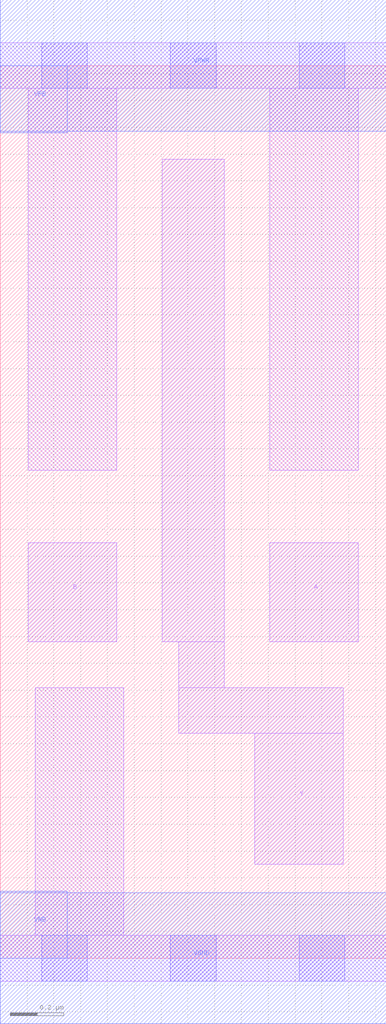
<source format=lef>
# Copyright 2020 The SkyWater PDK Authors
#
# Licensed under the Apache License, Version 2.0 (the "License");
# you may not use this file except in compliance with the License.
# You may obtain a copy of the License at
#
#     https://www.apache.org/licenses/LICENSE-2.0
#
# Unless required by applicable law or agreed to in writing, software
# distributed under the License is distributed on an "AS IS" BASIS,
# WITHOUT WARRANTIES OR CONDITIONS OF ANY KIND, either express or implied.
# See the License for the specific language governing permissions and
# limitations under the License.
#
# SPDX-License-Identifier: Apache-2.0

VERSION 5.5 ;
NAMESCASESENSITIVE ON ;
BUSBITCHARS "[]" ;
DIVIDERCHAR "/" ;
MACRO sky130_fd_sc_hs__nand2_1
  CLASS CORE ;
  SOURCE USER ;
  ORIGIN  0.000000  0.000000 ;
  SIZE  1.440000 BY  3.330000 ;
  SYMMETRY X Y ;
  SITE unit ;
  PIN A
    ANTENNAGATEAREA  0.279000 ;
    DIRECTION INPUT ;
    USE SIGNAL ;
    PORT
      LAYER li1 ;
        RECT 1.005000 1.180000 1.335000 1.550000 ;
    END
  END A
  PIN B
    ANTENNAGATEAREA  0.279000 ;
    DIRECTION INPUT ;
    USE SIGNAL ;
    PORT
      LAYER li1 ;
        RECT 0.105000 1.180000 0.435000 1.550000 ;
    END
  END B
  PIN Y
    ANTENNADIFFAREA  0.546900 ;
    DIRECTION OUTPUT ;
    USE SIGNAL ;
    PORT
      LAYER li1 ;
        RECT 0.605000 1.180000 0.835000 2.980000 ;
        RECT 0.665000 0.840000 1.280000 1.010000 ;
        RECT 0.665000 1.010000 0.835000 1.180000 ;
        RECT 0.950000 0.350000 1.280000 0.840000 ;
    END
  END Y
  PIN VGND
    DIRECTION INOUT ;
    USE GROUND ;
    PORT
      LAYER met1 ;
        RECT 0.000000 -0.245000 1.440000 0.245000 ;
    END
  END VGND
  PIN VNB
    DIRECTION INOUT ;
    USE GROUND ;
    PORT
      LAYER met1 ;
        RECT 0.000000 0.000000 0.250000 0.250000 ;
    END
  END VNB
  PIN VPB
    DIRECTION INOUT ;
    USE POWER ;
    PORT
      LAYER met1 ;
        RECT 0.000000 3.080000 0.250000 3.330000 ;
    END
  END VPB
  PIN VPWR
    DIRECTION INOUT ;
    USE POWER ;
    PORT
      LAYER met1 ;
        RECT 0.000000 3.085000 1.440000 3.575000 ;
    END
  END VPWR
  OBS
    LAYER li1 ;
      RECT 0.000000 -0.085000 1.440000 0.085000 ;
      RECT 0.000000  3.245000 1.440000 3.415000 ;
      RECT 0.105000  1.820000 0.435000 3.245000 ;
      RECT 0.130000  0.085000 0.460000 1.010000 ;
      RECT 1.005000  1.820000 1.335000 3.245000 ;
    LAYER mcon ;
      RECT 0.155000 -0.085000 0.325000 0.085000 ;
      RECT 0.155000  3.245000 0.325000 3.415000 ;
      RECT 0.635000 -0.085000 0.805000 0.085000 ;
      RECT 0.635000  3.245000 0.805000 3.415000 ;
      RECT 1.115000 -0.085000 1.285000 0.085000 ;
      RECT 1.115000  3.245000 1.285000 3.415000 ;
  END
END sky130_fd_sc_hs__nand2_1
END LIBRARY

</source>
